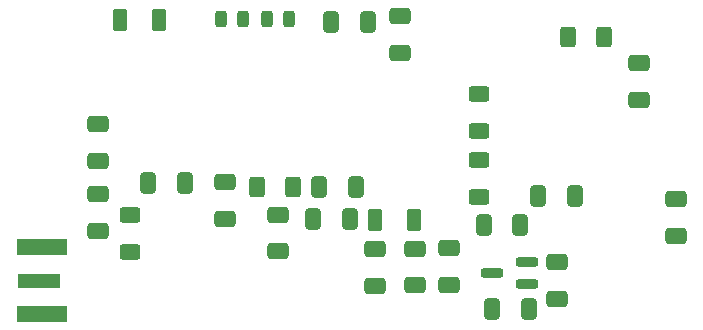
<source format=gbr>
%TF.GenerationSoftware,KiCad,Pcbnew,8.99.0-unknown-8e286d44fc~178~ubuntu22.04.1*%
%TF.CreationDate,2024-05-23T21:37:30+05:30*%
%TF.ProjectId,BoB,426f422e-6b69-4636-9164-5f7063625858,rev?*%
%TF.SameCoordinates,Original*%
%TF.FileFunction,Paste,Top*%
%TF.FilePolarity,Positive*%
%FSLAX46Y46*%
G04 Gerber Fmt 4.6, Leading zero omitted, Abs format (unit mm)*
G04 Created by KiCad (PCBNEW 8.99.0-unknown-8e286d44fc~178~ubuntu22.04.1) date 2024-05-23 21:37:30*
%MOMM*%
%LPD*%
G01*
G04 APERTURE LIST*
G04 Aperture macros list*
%AMRoundRect*
0 Rectangle with rounded corners*
0 $1 Rounding radius*
0 $2 $3 $4 $5 $6 $7 $8 $9 X,Y pos of 4 corners*
0 Add a 4 corners polygon primitive as box body*
4,1,4,$2,$3,$4,$5,$6,$7,$8,$9,$2,$3,0*
0 Add four circle primitives for the rounded corners*
1,1,$1+$1,$2,$3*
1,1,$1+$1,$4,$5*
1,1,$1+$1,$6,$7*
1,1,$1+$1,$8,$9*
0 Add four rect primitives between the rounded corners*
20,1,$1+$1,$2,$3,$4,$5,0*
20,1,$1+$1,$4,$5,$6,$7,0*
20,1,$1+$1,$6,$7,$8,$9,0*
20,1,$1+$1,$8,$9,$2,$3,0*%
G04 Aperture macros list end*
%ADD10RoundRect,0.243750X-0.243750X-0.456250X0.243750X-0.456250X0.243750X0.456250X-0.243750X0.456250X0*%
%ADD11RoundRect,0.250000X-0.650000X0.412500X-0.650000X-0.412500X0.650000X-0.412500X0.650000X0.412500X0*%
%ADD12RoundRect,0.250000X0.650000X-0.412500X0.650000X0.412500X-0.650000X0.412500X-0.650000X-0.412500X0*%
%ADD13RoundRect,0.250000X-0.412500X-0.650000X0.412500X-0.650000X0.412500X0.650000X-0.412500X0.650000X0*%
%ADD14RoundRect,0.250000X-0.362500X-0.700000X0.362500X-0.700000X0.362500X0.700000X-0.362500X0.700000X0*%
%ADD15RoundRect,0.250000X0.412500X0.650000X-0.412500X0.650000X-0.412500X-0.650000X0.412500X-0.650000X0*%
%ADD16RoundRect,0.250000X-0.400000X-0.625000X0.400000X-0.625000X0.400000X0.625000X-0.400000X0.625000X0*%
%ADD17RoundRect,0.250000X-0.625000X0.400000X-0.625000X-0.400000X0.625000X-0.400000X0.625000X0.400000X0*%
%ADD18RoundRect,0.250000X0.625000X-0.400000X0.625000X0.400000X-0.625000X0.400000X-0.625000X-0.400000X0*%
%ADD19RoundRect,0.250000X0.400000X0.625000X-0.400000X0.625000X-0.400000X-0.625000X0.400000X-0.625000X0*%
%ADD20R,3.600000X1.270000*%
%ADD21R,4.200000X1.350000*%
%ADD22RoundRect,0.200000X0.750000X0.200000X-0.750000X0.200000X-0.750000X-0.200000X0.750000X-0.200000X0*%
%ADD23RoundRect,0.243750X0.243750X0.456250X-0.243750X0.456250X-0.243750X-0.456250X0.243750X-0.456250X0*%
G04 APERTURE END LIST*
D10*
%TO.C,D8*%
X66435000Y-48278000D03*
X68310000Y-48278000D03*
%TD*%
D11*
%TO.C,C5*%
X75612000Y-67733000D03*
X75612000Y-70858000D03*
%TD*%
D12*
%TO.C,C8*%
X77710000Y-51102500D03*
X77710000Y-47977500D03*
%TD*%
D13*
%TO.C,C10*%
X56379500Y-62138000D03*
X59504500Y-62138000D03*
%TD*%
D14*
%TO.C,L1*%
X54009500Y-48338000D03*
X57334500Y-48338000D03*
%TD*%
D12*
%TO.C,C11*%
X52137000Y-60308000D03*
X52137000Y-57183000D03*
%TD*%
D15*
%TO.C,C6*%
X73462000Y-65208000D03*
X70337000Y-65208000D03*
%TD*%
D16*
%TO.C,R14*%
X65580000Y-62506000D03*
X68680000Y-62506000D03*
%TD*%
D15*
%TO.C,C9*%
X73991000Y-62506000D03*
X70866000Y-62506000D03*
%TD*%
D11*
%TO.C,C3*%
X78937000Y-67695500D03*
X78937000Y-70820500D03*
%TD*%
D15*
%TO.C,C19*%
X87900000Y-65730000D03*
X84775000Y-65730000D03*
%TD*%
D14*
%TO.C,L2*%
X75599500Y-65258000D03*
X78924500Y-65258000D03*
%TD*%
D13*
%TO.C,C12*%
X89377000Y-63243000D03*
X92502000Y-63243000D03*
%TD*%
D12*
%TO.C,C2*%
X97942000Y-55132500D03*
X97942000Y-52007500D03*
%TD*%
D11*
%TO.C,C13*%
X91012000Y-68815500D03*
X91012000Y-71940500D03*
%TD*%
%TO.C,C17*%
X52112000Y-63045500D03*
X52112000Y-66170500D03*
%TD*%
%TO.C,C21*%
X67387000Y-64820500D03*
X67387000Y-67945500D03*
%TD*%
%TO.C,C16*%
X62890000Y-62030000D03*
X62890000Y-65155000D03*
%TD*%
D17*
%TO.C,R13*%
X54872000Y-64848000D03*
X54872000Y-67948000D03*
%TD*%
D18*
%TO.C,R1*%
X84376000Y-63294000D03*
X84376000Y-60194000D03*
%TD*%
D19*
%TO.C,Rin1*%
X95000000Y-49778000D03*
X91900000Y-49778000D03*
%TD*%
D20*
%TO.C,J1*%
X47152000Y-70428000D03*
D21*
X47352000Y-67603000D03*
X47352000Y-73253000D03*
%TD*%
D15*
%TO.C,C1*%
X74968500Y-48514000D03*
X71843500Y-48514000D03*
%TD*%
D18*
%TO.C,R2*%
X84376000Y-57706000D03*
X84376000Y-54606000D03*
%TD*%
D22*
%TO.C,U4*%
X88470000Y-70730000D03*
X88470000Y-68830000D03*
X85470000Y-69780000D03*
%TD*%
D23*
%TO.C,D7*%
X64419500Y-48258000D03*
X62544500Y-48258000D03*
%TD*%
D13*
%TO.C,C18*%
X85480000Y-72840000D03*
X88605000Y-72840000D03*
%TD*%
D11*
%TO.C,C4*%
X81840000Y-67685000D03*
X81840000Y-70810000D03*
%TD*%
%TO.C,C14*%
X101092000Y-63500000D03*
X101092000Y-66625000D03*
%TD*%
M02*

</source>
